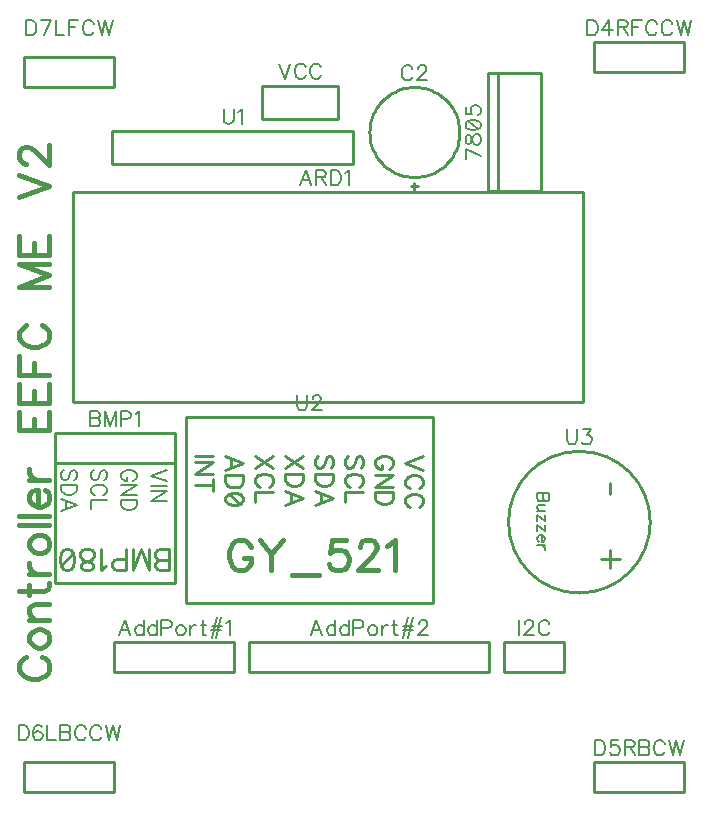
<source format=gbr>
%TF.GenerationSoftware,Novarm,DipTrace,3.3.1.3*%
%TF.CreationDate,2020-02-21T13:35:08+01:00*%
%FSLAX35Y35*%
%MOMM*%
%TF.FileFunction,Legend,Top*%
%TF.Part,Single*%
%ADD10C,0.25*%
%ADD72C,0.19608*%
%ADD73C,0.39216*%
%ADD75C,0.27451*%
%ADD76C,0.23529*%
%ADD77C,0.15686*%
G75*
G01*
%LPD*%
X5032165Y6200665D2*
D10*
X5482165D1*
Y7200665D1*
X5032165D1*
Y6200665D1*
X5122165D2*
Y7200665D1*
X2889209Y2128652D2*
X1873120D1*
Y2382665D1*
X2889209D1*
Y2128652D1*
X3016165Y2382665D2*
X5048165D1*
X3016165Y2128665D2*
Y2382665D1*
Y2128665D2*
X5048165D1*
Y2382665D1*
X1524006Y6192665D2*
X5841853D1*
Y4414665D1*
X1524006D1*
Y6192665D1*
X2383338Y2880515D2*
X1367275D1*
Y3897569D1*
X2383338D1*
Y2880515D1*
Y3897569D2*
Y4151515D1*
X1367275D1*
Y3881681D2*
Y4151515D1*
X4443187Y6240644D2*
X4383142D1*
X4413165Y6210681D2*
Y6270693D1*
X4032165Y6700662D2*
X4033093Y6727241D1*
X4035873Y6753690D1*
X4040490Y6779881D1*
X4046924Y6805685D1*
X4055142Y6830979D1*
X4065104Y6855637D1*
X4076762Y6879540D1*
X4090058Y6902572D1*
X4104929Y6924620D1*
X4121302Y6945577D1*
X4139096Y6965340D1*
X4158226Y6983815D1*
X4178598Y7000909D1*
X4200112Y7016541D1*
X4222665Y7030634D1*
X4246145Y7043120D1*
X4270440Y7053937D1*
X4295429Y7063033D1*
X4320992Y7070363D1*
X4347005Y7075893D1*
X4373339Y7079594D1*
X4399868Y7081449D1*
X4426461D1*
X4452990Y7079594D1*
X4479325Y7075893D1*
X4505337Y7070363D1*
X4530900Y7063033D1*
X4555890Y7053937D1*
X4580184Y7043120D1*
X4603665Y7030634D1*
X4626217Y7016541D1*
X4647732Y7000909D1*
X4668103Y6983815D1*
X4687233Y6965340D1*
X4705028Y6945577D1*
X4721400Y6924620D1*
X4736271Y6902572D1*
X4749568Y6879540D1*
X4761225Y6855637D1*
X4771188Y6830979D1*
X4779405Y6805685D1*
X4785839Y6779881D1*
X4790457Y6753690D1*
X4793237Y6727241D1*
X4794165Y6700662D1*
X4793237Y6674084D1*
X4790457Y6647635D1*
X4785839Y6621444D1*
X4779405Y6595639D1*
X4771188Y6570346D1*
X4761225Y6545688D1*
X4749568Y6521785D1*
X4736271Y6498753D1*
X4721400Y6476705D1*
X4705028Y6455748D1*
X4687233Y6435984D1*
X4668103Y6417510D1*
X4647732Y6400415D1*
X4626217Y6384783D1*
X4603665Y6370690D1*
X4580184Y6358205D1*
X4555890Y6347388D1*
X4530900Y6338292D1*
X4505337Y6330961D1*
X4479325Y6325432D1*
X4452990Y6321731D1*
X4426461Y6319876D1*
X4399868D1*
X4373339Y6321731D1*
X4347005Y6325432D1*
X4320992Y6330961D1*
X4295429Y6338292D1*
X4270440Y6347388D1*
X4246145Y6358205D1*
X4222665Y6370690D1*
X4200112Y6384783D1*
X4178598Y6400415D1*
X4158226Y6417510D1*
X4139096Y6435984D1*
X4121302Y6455748D1*
X4104929Y6476705D1*
X4090058Y6498753D1*
X4076762Y6521785D1*
X4065104Y6545688D1*
X4055142Y6570346D1*
X4046924Y6595639D1*
X4040490Y6621444D1*
X4035873Y6647635D1*
X4033093Y6674084D1*
X4032165Y6700662D1*
X6699117Y7208652D2*
X5937213D1*
Y7462665D1*
X6699117D1*
Y7208652D1*
Y1112652D2*
X5937213D1*
Y1366665D1*
X6699117D1*
Y1112652D1*
X1111213Y1366677D2*
X1873117D1*
Y1112665D1*
X1111213D1*
Y1366677D1*
Y7335677D2*
X1873117D1*
Y7081665D1*
X1111213D1*
Y7335677D1*
X5683195Y2128652D2*
X5175134D1*
Y2382665D1*
X5683195D1*
Y2128652D1*
X1855165Y6713665D2*
X3895165D1*
Y6433665D1*
X1855165D1*
Y6713665D1*
X4573566Y4287665D2*
X2476416D1*
Y2714165D1*
X4573566D1*
Y4287665D1*
X5210165Y3398665D2*
G02X5210165Y3398665I600000J0D01*
G01*
X3125165Y7094665D2*
X3765165D1*
Y6814665D1*
X3125165D1*
Y7094665D1*
X4973788Y6496052D2*
D72*
X4846319Y6556839D1*
X4846318Y6471766D1*
X4846319Y6626377D2*
X4852355Y6608268D1*
X4864428Y6602091D1*
X4876642D1*
X4888715Y6608268D1*
X4894892Y6620341D1*
X4900928Y6644627D1*
X4906965Y6662877D1*
X4919178Y6674950D1*
X4931251Y6680987D1*
X4949501D1*
X4961574Y6674950D1*
X4967751Y6668914D1*
X4973788Y6650664D1*
Y6626377D1*
X4967751Y6608267D1*
X4961574Y6602091D1*
X4949501Y6596054D1*
X4931251D1*
X4919178Y6602091D1*
X4906965Y6614304D1*
X4900928Y6632414D1*
X4894892Y6656700D1*
X4888715Y6668914D1*
X4876642Y6674950D1*
X4864428D1*
X4852355Y6668914D1*
X4846319Y6650664D1*
Y6626377D1*
Y6756702D2*
X4852355Y6738452D1*
X4870605Y6726239D1*
X4900928Y6720202D1*
X4919178D1*
X4949501Y6726239D1*
X4967751Y6738452D1*
X4973788Y6756702D1*
Y6768775D1*
X4967751Y6787025D1*
X4949501Y6799098D1*
X4919178Y6805275D1*
X4900928D1*
X4870605Y6799099D1*
X4852355Y6787025D1*
X4846319Y6768775D1*
Y6756702D1*
X4870605Y6799099D2*
X4949501Y6726239D1*
X4846319Y6917351D2*
Y6856705D1*
X4900928Y6850668D1*
X4894892Y6856705D1*
X4888715Y6874955D1*
Y6893064D1*
X4894892Y6911314D1*
X4906965Y6923528D1*
X4925215Y6929564D1*
X4937288D1*
X4955538Y6923528D1*
X4967751Y6911314D1*
X4973788Y6893064D1*
Y6874955D1*
X4967751Y6856705D1*
X4961574Y6850668D1*
X4949501Y6844491D1*
X2008601Y2441042D2*
X1959887Y2568651D1*
X1911314Y2441042D1*
X1929564Y2483578D2*
X1990351D1*
X2120676Y2568651D2*
Y2441042D1*
Y2507865D2*
X2108603Y2520078D1*
X2096390Y2526115D1*
X2078140D1*
X2066067Y2520078D1*
X2053853Y2507865D1*
X2047817Y2489615D1*
Y2477542D1*
X2053853Y2459292D1*
X2066067Y2447219D1*
X2078140Y2441042D1*
X2096390D1*
X2108603Y2447219D1*
X2120676Y2459292D1*
X2232752Y2568651D2*
Y2441042D1*
Y2507865D2*
X2220678Y2520078D1*
X2208465Y2526115D1*
X2190215D1*
X2178142Y2520078D1*
X2165928Y2507865D1*
X2159892Y2489615D1*
Y2477542D1*
X2165928Y2459292D1*
X2178142Y2447219D1*
X2190215Y2441042D1*
X2208465D1*
X2220678Y2447219D1*
X2232752Y2459292D1*
X2271967Y2501828D2*
X2326717D1*
X2344827Y2507865D1*
X2351004Y2514042D1*
X2357040Y2526115D1*
Y2544365D1*
X2351004Y2556438D1*
X2344827Y2562615D1*
X2326717Y2568651D1*
X2271967D1*
Y2441042D1*
X2426579Y2526115D2*
X2414506Y2520078D1*
X2402293Y2507865D1*
X2396256Y2489615D1*
Y2477542D1*
X2402293Y2459292D1*
X2414506Y2447219D1*
X2426579Y2441042D1*
X2444829D1*
X2457043Y2447219D1*
X2469116Y2459292D1*
X2475293Y2477542D1*
Y2489615D1*
X2469116Y2507865D1*
X2457043Y2520078D1*
X2444829Y2526115D1*
X2426579D1*
X2514508D2*
Y2441042D1*
Y2489615D2*
X2520685Y2507865D1*
X2532758Y2520078D1*
X2544972Y2526115D1*
X2563222D1*
X2620687Y2568651D2*
Y2465328D1*
X2626724Y2447219D1*
X2638937Y2441042D1*
X2651010D1*
X2602437Y2526115D2*
X2644974D1*
X2738799Y2592868D2*
X2696403Y2416685D1*
X2775299Y2592868D2*
X2732763Y2416685D1*
X2696403Y2523026D2*
X2781336D1*
X2690226Y2486526D2*
X2775299D1*
X2820551Y2544224D2*
X2832765Y2550401D1*
X2851015Y2568511D1*
Y2441042D1*
X3632296D2*
X3583583Y2568651D1*
X3535010Y2441042D1*
X3553260Y2483578D2*
X3614046D1*
X3744371Y2568651D2*
Y2441042D1*
Y2507865D2*
X3732298Y2520078D1*
X3720085Y2526115D1*
X3701835D1*
X3689762Y2520078D1*
X3677548Y2507865D1*
X3671512Y2489615D1*
Y2477542D1*
X3677548Y2459292D1*
X3689762Y2447219D1*
X3701835Y2441042D1*
X3720085D1*
X3732298Y2447219D1*
X3744371Y2459292D1*
X3856447Y2568651D2*
Y2441042D1*
Y2507865D2*
X3844374Y2520078D1*
X3832160Y2526115D1*
X3813910D1*
X3801837Y2520078D1*
X3789624Y2507865D1*
X3783587Y2489615D1*
Y2477542D1*
X3789624Y2459292D1*
X3801837Y2447219D1*
X3813910Y2441042D1*
X3832160D1*
X3844374Y2447219D1*
X3856447Y2459292D1*
X3895662Y2501828D2*
X3950412D1*
X3968522Y2507865D1*
X3974699Y2514042D1*
X3980736Y2526115D1*
Y2544365D1*
X3974699Y2556438D1*
X3968522Y2562615D1*
X3950412Y2568651D1*
X3895662D1*
Y2441042D1*
X4050274Y2526115D2*
X4038201Y2520078D1*
X4025988Y2507865D1*
X4019951Y2489615D1*
Y2477542D1*
X4025988Y2459292D1*
X4038201Y2447219D1*
X4050274Y2441042D1*
X4068524D1*
X4080738Y2447219D1*
X4092811Y2459292D1*
X4098988Y2477542D1*
Y2489615D1*
X4092811Y2507865D1*
X4080738Y2520078D1*
X4068524Y2526115D1*
X4050274D1*
X4138203D2*
Y2441042D1*
Y2489615D2*
X4144380Y2507865D1*
X4156453Y2520078D1*
X4168667Y2526115D1*
X4186917D1*
X4244383Y2568651D2*
Y2465328D1*
X4250419Y2447219D1*
X4262633Y2441042D1*
X4274706D1*
X4226133Y2526115D2*
X4268669D1*
X4362494Y2592868D2*
X4320098Y2416685D1*
X4398994Y2592868D2*
X4356458Y2416685D1*
X4320098Y2523026D2*
X4405031D1*
X4313921Y2486526D2*
X4398994D1*
X4450424Y2538188D2*
Y2544224D1*
X4456460Y2556438D1*
X4462497Y2562474D1*
X4474710Y2568511D1*
X4498997D1*
X4511070Y2562474D1*
X4517106Y2556438D1*
X4523283Y2544224D1*
Y2532151D1*
X4517106Y2519938D1*
X4505033Y2501828D1*
X4444247Y2441042D1*
X4529320D1*
X3540680Y6251042D2*
X3491966Y6378651D1*
X3443393Y6251042D1*
X3461643Y6293578D2*
X3522430D1*
X3579895Y6317865D2*
X3634505D1*
X3652755Y6324042D1*
X3658932Y6330078D1*
X3664968Y6342151D1*
Y6354365D1*
X3658932Y6366438D1*
X3652755Y6372615D1*
X3634505Y6378651D1*
X3579895D1*
Y6251042D1*
X3622432Y6317865D2*
X3664968Y6251042D1*
X3704184Y6378651D2*
Y6251042D1*
X3746721D1*
X3764971Y6257219D1*
X3777184Y6269292D1*
X3783221Y6281505D1*
X3789257Y6299615D1*
Y6330078D1*
X3783221Y6348328D1*
X3777184Y6360401D1*
X3764971Y6372615D1*
X3746721Y6378651D1*
X3704184D1*
X3828473Y6354224D2*
X3840686Y6360401D1*
X3858936Y6378511D1*
Y6251042D1*
X1667300Y4337501D2*
Y4209892D1*
X1722050D1*
X1740300Y4216069D1*
X1746336Y4222105D1*
X1752373Y4234178D1*
Y4252428D1*
X1746336Y4264642D1*
X1740300Y4270678D1*
X1722050Y4276715D1*
X1740300Y4282892D1*
X1746336Y4288928D1*
X1752373Y4301001D1*
Y4313215D1*
X1746336Y4325288D1*
X1740300Y4331465D1*
X1722050Y4337501D1*
X1667300D1*
Y4276715D2*
X1722050D1*
X1888735Y4209892D2*
Y4337501D1*
X1840162Y4209892D1*
X1791589Y4337501D1*
Y4209892D1*
X1927951Y4270678D2*
X1982701D1*
X2000810Y4276715D1*
X2006987Y4282892D1*
X2013024Y4294965D1*
Y4313215D1*
X2006987Y4325288D1*
X2000810Y4331465D1*
X1982701Y4337501D1*
X1927951D1*
Y4209892D1*
X2052239Y4313074D2*
X2064453Y4319251D1*
X2082703Y4337361D1*
Y4209892D1*
X4396575Y7237345D2*
X4390539Y7249418D1*
X4378325Y7261631D1*
X4366252Y7267668D1*
X4341965D1*
X4329752Y7261631D1*
X4317679Y7249418D1*
X4311502Y7237345D1*
X4305465Y7219095D1*
Y7188631D1*
X4311502Y7170522D1*
X4317679Y7158308D1*
X4329752Y7146235D1*
X4341965Y7140058D1*
X4366252D1*
X4378325Y7146235D1*
X4390539Y7158308D1*
X4396575Y7170522D1*
X4441968Y7237204D2*
Y7243241D1*
X4448004Y7255454D1*
X4454041Y7261491D1*
X4466254Y7267528D1*
X4490541D1*
X4502614Y7261491D1*
X4508650Y7255454D1*
X4514827Y7243241D1*
Y7231168D1*
X4508650Y7218954D1*
X4496577Y7200845D1*
X4435791Y7140058D1*
X4520864D1*
X5878475Y7648651D2*
Y7521042D1*
X5921012D1*
X5939262Y7527219D1*
X5951475Y7539292D1*
X5957512Y7551505D1*
X5963548Y7569615D1*
Y7600078D1*
X5957512Y7618328D1*
X5951475Y7630401D1*
X5939262Y7642615D1*
X5921012Y7648651D1*
X5878475D1*
X6063551Y7521042D2*
Y7648511D1*
X6002764Y7563578D1*
X6093874D1*
X6133089Y7587865D2*
X6187699D1*
X6205949Y7594042D1*
X6212126Y7600078D1*
X6218162Y7612151D1*
Y7624365D1*
X6212126Y7636438D1*
X6205949Y7642615D1*
X6187699Y7648651D1*
X6133089D1*
Y7521042D1*
X6175626Y7587865D2*
X6218162Y7521042D1*
X6336415Y7648651D2*
X6257378D1*
Y7521042D1*
Y7587865D2*
X6305951D1*
X6466740Y7618328D2*
X6460703Y7630401D1*
X6448490Y7642615D1*
X6436417Y7648651D1*
X6412130D1*
X6399917Y7642615D1*
X6387844Y7630401D1*
X6381667Y7618328D1*
X6375630Y7600078D1*
Y7569615D1*
X6381667Y7551505D1*
X6387844Y7539292D1*
X6399917Y7527219D1*
X6412130Y7521042D1*
X6436417D1*
X6448490Y7527219D1*
X6460703Y7539292D1*
X6466740Y7551505D1*
X6597065Y7618328D2*
X6591029Y7630401D1*
X6578815Y7642615D1*
X6566742Y7648651D1*
X6542456D1*
X6530242Y7642615D1*
X6518169Y7630401D1*
X6511992Y7618328D1*
X6505956Y7600078D1*
Y7569615D1*
X6511992Y7551505D1*
X6518169Y7539292D1*
X6530242Y7527219D1*
X6542456Y7521042D1*
X6566742D1*
X6578815Y7527219D1*
X6591029Y7539292D1*
X6597065Y7551505D1*
X6636281Y7648651D2*
X6666744Y7521042D1*
X6697067Y7648651D1*
X6727391Y7521042D1*
X6757854Y7648651D1*
X5943638Y1552651D2*
Y1425042D1*
X5986174D1*
X6004424Y1431219D1*
X6016638Y1443292D1*
X6022674Y1455505D1*
X6028711Y1473615D1*
Y1504078D1*
X6022674Y1522328D1*
X6016638Y1534401D1*
X6004424Y1546615D1*
X5986174Y1552651D1*
X5943638D1*
X6140786Y1552511D2*
X6080140D1*
X6074104Y1497901D1*
X6080140Y1503938D1*
X6098390Y1510115D1*
X6116500D1*
X6134750Y1503938D1*
X6146963Y1491865D1*
X6153000Y1473615D1*
Y1461542D1*
X6146963Y1443292D1*
X6134750Y1431078D1*
X6116500Y1425042D1*
X6098390D1*
X6080140Y1431078D1*
X6074104Y1437255D1*
X6067927Y1449328D1*
X6192215Y1491865D2*
X6246825D1*
X6265075Y1498042D1*
X6271252Y1504078D1*
X6277289Y1516151D1*
Y1528365D1*
X6271252Y1540438D1*
X6265075Y1546615D1*
X6246825Y1552651D1*
X6192215D1*
Y1425042D1*
X6234752Y1491865D2*
X6277289Y1425042D1*
X6316504Y1552651D2*
Y1425042D1*
X6371254D1*
X6389504Y1431219D1*
X6395541Y1437255D1*
X6401577Y1449328D1*
Y1467578D1*
X6395541Y1479792D1*
X6389504Y1485828D1*
X6371254Y1491865D1*
X6389504Y1498042D1*
X6395541Y1504078D1*
X6401577Y1516151D1*
Y1528365D1*
X6395541Y1540438D1*
X6389504Y1546615D1*
X6371254Y1552651D1*
X6316504D1*
Y1491865D2*
X6371254D1*
X6531903Y1522328D2*
X6525866Y1534401D1*
X6513653Y1546615D1*
X6501580Y1552651D1*
X6477293D1*
X6465080Y1546615D1*
X6453006Y1534401D1*
X6446830Y1522328D1*
X6440793Y1504078D1*
Y1473615D1*
X6446830Y1455505D1*
X6453006Y1443292D1*
X6465080Y1431219D1*
X6477293Y1425042D1*
X6501580D1*
X6513653Y1431219D1*
X6525866Y1443292D1*
X6531903Y1455505D1*
X6571118Y1552651D2*
X6601582Y1425042D1*
X6631905Y1552651D1*
X6662228Y1425042D1*
X6692691Y1552651D1*
X1061670Y1679651D2*
Y1552042D1*
X1104207D1*
X1122457Y1558219D1*
X1134670Y1570292D1*
X1140707Y1582505D1*
X1146744Y1600615D1*
Y1631078D1*
X1140707Y1649328D1*
X1134670Y1661401D1*
X1122457Y1673615D1*
X1104207Y1679651D1*
X1061670D1*
X1258819Y1661401D2*
X1252782Y1673474D1*
X1234532Y1679511D1*
X1222459D1*
X1204209Y1673474D1*
X1191996Y1655224D1*
X1185959Y1624901D1*
Y1594578D1*
X1191996Y1570292D1*
X1204209Y1558078D1*
X1222459Y1552042D1*
X1228496D1*
X1246605Y1558078D1*
X1258819Y1570292D1*
X1264855Y1588542D1*
Y1594578D1*
X1258819Y1612828D1*
X1246605Y1624901D1*
X1228496Y1630938D1*
X1222459D1*
X1204209Y1624901D1*
X1191996Y1612828D1*
X1185959Y1594578D1*
X1304071Y1679651D2*
Y1552042D1*
X1376931D1*
X1416146Y1679651D2*
Y1552042D1*
X1470896D1*
X1489146Y1558219D1*
X1495183Y1564255D1*
X1501219Y1576328D1*
Y1594578D1*
X1495183Y1606792D1*
X1489146Y1612828D1*
X1470896Y1618865D1*
X1489146Y1625042D1*
X1495183Y1631078D1*
X1501219Y1643151D1*
Y1655365D1*
X1495183Y1667438D1*
X1489146Y1673615D1*
X1470896Y1679651D1*
X1416146D1*
Y1618865D2*
X1470896D1*
X1631545Y1649328D2*
X1625508Y1661401D1*
X1613295Y1673615D1*
X1601222Y1679651D1*
X1576935D1*
X1564722Y1673615D1*
X1552649Y1661401D1*
X1546472Y1649328D1*
X1540435Y1631078D1*
Y1600615D1*
X1546472Y1582505D1*
X1552649Y1570292D1*
X1564722Y1558219D1*
X1576935Y1552042D1*
X1601222D1*
X1613295Y1558219D1*
X1625508Y1570292D1*
X1631545Y1582505D1*
X1761870Y1649328D2*
X1755834Y1661401D1*
X1743620Y1673615D1*
X1731547Y1679651D1*
X1707260D1*
X1695047Y1673615D1*
X1682974Y1661401D1*
X1676797Y1649328D1*
X1670760Y1631078D1*
Y1600615D1*
X1676797Y1582505D1*
X1682974Y1570292D1*
X1695047Y1558219D1*
X1707260Y1552042D1*
X1731547D1*
X1743620Y1558219D1*
X1755834Y1570292D1*
X1761870Y1582505D1*
X1801086Y1679651D2*
X1831549Y1552042D1*
X1861872Y1679651D1*
X1892195Y1552042D1*
X1922659Y1679651D1*
X1126763Y7648651D2*
Y7521042D1*
X1169299D1*
X1187549Y7527219D1*
X1199763Y7539292D1*
X1205799Y7551505D1*
X1211836Y7569615D1*
Y7600078D1*
X1205799Y7618328D1*
X1199763Y7630401D1*
X1187549Y7642615D1*
X1169299Y7648651D1*
X1126763D1*
X1275338Y7521042D2*
X1336125Y7648511D1*
X1251052D1*
X1375340Y7648651D2*
Y7521042D1*
X1448200D1*
X1566452Y7648651D2*
X1487416D1*
Y7521042D1*
Y7587865D2*
X1535989D1*
X1696778Y7618328D2*
X1690741Y7630401D1*
X1678528Y7642615D1*
X1666455Y7648651D1*
X1642168D1*
X1629955Y7642615D1*
X1617881Y7630401D1*
X1611705Y7618328D1*
X1605668Y7600078D1*
Y7569615D1*
X1611705Y7551505D1*
X1617881Y7539292D1*
X1629955Y7527219D1*
X1642168Y7521042D1*
X1666455D1*
X1678528Y7527219D1*
X1690741Y7539292D1*
X1696778Y7551505D1*
X1735993Y7648651D2*
X1766457Y7521042D1*
X1796780Y7648651D1*
X1827103Y7521042D1*
X1857566Y7648651D1*
X5301858Y2568651D2*
Y2441042D1*
X5347250Y2538188D2*
Y2544224D1*
X5353287Y2556438D1*
X5359323Y2562474D1*
X5371537Y2568511D1*
X5395823D1*
X5407896Y2562474D1*
X5413933Y2556438D1*
X5420110Y2544224D1*
Y2532151D1*
X5413933Y2519938D1*
X5401860Y2501828D1*
X5341073Y2441042D1*
X5426146D1*
X5556472Y2538328D2*
X5550435Y2550401D1*
X5538222Y2562615D1*
X5526149Y2568651D1*
X5501862D1*
X5489649Y2562615D1*
X5477576Y2550401D1*
X5471399Y2538328D1*
X5465362Y2520078D1*
Y2489615D1*
X5471399Y2471505D1*
X5477576Y2459292D1*
X5489649Y2447219D1*
X5501862Y2441042D1*
X5526149D1*
X5538222Y2447219D1*
X5550435Y2459292D1*
X5556472Y2471505D1*
X2797789Y6899651D2*
Y6808542D1*
X2803825Y6790292D1*
X2816039Y6778219D1*
X2834289Y6772042D1*
X2846362D1*
X2864612Y6778219D1*
X2876825Y6790292D1*
X2882862Y6808542D1*
Y6899651D1*
X2922077Y6875224D2*
X2934291Y6881401D1*
X2952541Y6899511D1*
Y6772042D1*
X3420310Y4473651D2*
Y4382542D1*
X3426347Y4364292D1*
X3438560Y4352219D1*
X3456810Y4346042D1*
X3468883D1*
X3487133Y4352219D1*
X3499347Y4364292D1*
X3505383Y4382542D1*
Y4473651D1*
X3550776Y4443188D2*
Y4449224D1*
X3556813Y4461438D1*
X3562849Y4467474D1*
X3575063Y4473511D1*
X3599349D1*
X3611422Y4467474D1*
X3617459Y4461438D1*
X3623636Y4449224D1*
Y4437151D1*
X3617459Y4424938D1*
X3605386Y4406828D1*
X3544599Y4346042D1*
X3629672D1*
X5705484Y4184651D2*
Y4093542D1*
X5711520Y4075292D1*
X5723734Y4063219D1*
X5741984Y4057042D1*
X5754057D1*
X5772307Y4063219D1*
X5784520Y4075292D1*
X5790557Y4093542D1*
Y4184651D1*
X5841986Y4184511D2*
X5908669D1*
X5872309Y4135938D1*
X5890559D1*
X5902632Y4129901D1*
X5908669Y4123865D1*
X5914846Y4105615D1*
Y4093542D1*
X5908669Y4075292D1*
X5896596Y4063078D1*
X5878346Y4057042D1*
X5860096D1*
X5841986Y4063078D1*
X5835949Y4069255D1*
X5829773Y4081328D1*
X3266266Y7280651D2*
X3314839Y7153042D1*
X3363412Y7280651D1*
X3493738Y7250328D2*
X3487701Y7262401D1*
X3475488Y7274615D1*
X3463415Y7280651D1*
X3439128D1*
X3426915Y7274615D1*
X3414842Y7262401D1*
X3408665Y7250328D1*
X3402628Y7232078D1*
Y7201615D1*
X3408665Y7183505D1*
X3414842Y7171292D1*
X3426915Y7159219D1*
X3439128Y7153042D1*
X3463415D1*
X3475488Y7159219D1*
X3487701Y7171292D1*
X3493738Y7183505D1*
X3624063Y7250328D2*
X3618027Y7262401D1*
X3605813Y7274615D1*
X3593740Y7280651D1*
X3569453D1*
X3557240Y7274615D1*
X3545167Y7262401D1*
X3538990Y7250328D1*
X3532953Y7232078D1*
Y7201615D1*
X3538990Y7183505D1*
X3545167Y7171292D1*
X3557240Y7159219D1*
X3569453Y7153042D1*
X3593740D1*
X3605813Y7159219D1*
X3618027Y7171292D1*
X3624063Y7183505D1*
X1127971Y2256359D2*
D73*
X1103825Y2244286D1*
X1079398Y2219859D1*
X1067325Y2195713D1*
Y2147139D1*
X1079398Y2122713D1*
X1103825Y2098566D1*
X1127971Y2086213D1*
X1164471Y2074140D1*
X1225398D1*
X1261617Y2086213D1*
X1286044Y2098566D1*
X1310190Y2122713D1*
X1322544Y2147139D1*
Y2195712D1*
X1310190Y2219859D1*
X1286044Y2244285D1*
X1261617Y2256359D1*
X1152398Y2395436D2*
X1164471Y2371290D1*
X1188898Y2346863D1*
X1225398Y2334790D1*
X1249544D1*
X1286044Y2346863D1*
X1310190Y2371290D1*
X1322544Y2395436D1*
Y2431936D1*
X1310190Y2456363D1*
X1286044Y2480509D1*
X1249544Y2492863D1*
X1225398D1*
X1188898Y2480509D1*
X1164471Y2456363D1*
X1152398Y2431936D1*
Y2395436D1*
Y2571294D2*
X1322544D1*
X1200971D2*
X1164471Y2607794D1*
X1152398Y2632221D1*
Y2668440D1*
X1164471Y2692867D1*
X1200971Y2704940D1*
X1322544D1*
X1067325Y2819872D2*
X1273971D1*
X1310190Y2831945D1*
X1322544Y2856372D1*
Y2880518D1*
X1152398Y2783372D2*
Y2868445D1*
Y2958949D2*
X1322544D1*
X1225398D2*
X1188898Y2971303D1*
X1164471Y2995449D1*
X1152398Y3019876D1*
Y3056376D1*
Y3195454D2*
X1164471Y3171308D1*
X1188898Y3146881D1*
X1225398Y3134808D1*
X1249544D1*
X1286044Y3146881D1*
X1310190Y3171308D1*
X1322544Y3195454D1*
Y3231954D1*
X1310190Y3256381D1*
X1286044Y3280527D1*
X1249544Y3292881D1*
X1225398D1*
X1188898Y3280527D1*
X1164471Y3256381D1*
X1152398Y3231954D1*
Y3195454D1*
X1067325Y3371312D2*
X1322544D1*
X1067325Y3449743D2*
X1322544D1*
X1225398Y3528175D2*
Y3673894D1*
X1200971D1*
X1176544Y3661821D1*
X1164471Y3649748D1*
X1152398Y3625321D1*
Y3588821D1*
X1164471Y3564675D1*
X1188898Y3540248D1*
X1225398Y3528175D1*
X1249544D1*
X1286044Y3540248D1*
X1310190Y3564675D1*
X1322544Y3588821D1*
Y3625321D1*
X1310190Y3649748D1*
X1286044Y3673894D1*
X1152398Y3752325D2*
X1322544D1*
X1225398D2*
X1188898Y3764679D1*
X1164471Y3788825D1*
X1152398Y3813252D1*
Y3849752D1*
X1067325Y4332869D2*
Y4175077D1*
X1322544D1*
Y4332869D1*
X1188898Y4175077D2*
Y4272223D1*
X1067325Y4569093D2*
Y4411300D1*
X1322544D1*
Y4569093D1*
X1188898Y4411300D2*
Y4508446D1*
X1067325Y4805597D2*
Y4647524D1*
X1322544D1*
X1188898D2*
Y4744670D1*
X1127971Y5066248D2*
X1103825Y5054175D1*
X1079398Y5029748D1*
X1067325Y5005601D1*
Y4957028D1*
X1079398Y4932601D1*
X1103825Y4908455D1*
X1127971Y4896101D1*
X1164471Y4884028D1*
X1225398D1*
X1261617Y4896101D1*
X1286044Y4908455D1*
X1310190Y4932601D1*
X1322544Y4957028D1*
Y5005601D1*
X1310190Y5029748D1*
X1286044Y5054175D1*
X1261617Y5066248D1*
X1322544Y5585864D2*
X1067325D1*
X1322544Y5488718D1*
X1067325Y5391572D1*
X1322544D1*
X1067325Y5822088D2*
Y5664296D1*
X1322544D1*
Y5822088D1*
X1188898Y5664296D2*
Y5761442D1*
X1067325Y6147412D2*
X1322544Y6244558D1*
X1067325Y6341704D1*
X1128252Y6432490D2*
X1116179D1*
X1091752Y6444563D1*
X1079679Y6456636D1*
X1067606Y6481063D1*
Y6529636D1*
X1079679Y6553782D1*
X1091752Y6565855D1*
X1116179Y6578209D1*
X1140325D1*
X1164752Y6565855D1*
X1200971Y6541709D1*
X1322544Y6420136D1*
Y6590282D1*
X2337892Y2989499D2*
D75*
Y3168153D1*
X2261242D1*
X2235692Y3159505D1*
X2227241Y3151054D1*
X2218790Y3134152D1*
Y3108602D1*
X2227241Y3091503D1*
X2235692Y3083052D1*
X2261242Y3074600D1*
X2235692Y3065953D1*
X2227241Y3057502D1*
X2218790Y3040599D1*
Y3023500D1*
X2227241Y3006598D1*
X2235692Y2997950D1*
X2261242Y2989499D1*
X2337892D1*
Y3074600D2*
X2261242D1*
X2027883Y3168153D2*
Y2989499D1*
X2095886Y3168153D1*
X2163888Y2989499D1*
Y3168153D1*
X1972981Y3083051D2*
X1896331D1*
X1870978Y3074600D1*
X1862330Y3065953D1*
X1853879Y3049050D1*
Y3023500D1*
X1862330Y3006598D1*
X1870978Y2997950D1*
X1896331Y2989499D1*
X1972981D1*
Y3168153D1*
X1798977Y3023697D2*
X1781878Y3015049D1*
X1756328Y2989696D1*
Y3168153D1*
X1658974Y2989696D2*
X1684327Y2998147D1*
X1692975Y3015049D1*
Y3032148D1*
X1684328Y3049050D1*
X1667425Y3057698D1*
X1633424Y3066149D1*
X1607874Y3074600D1*
X1590972Y3091699D1*
X1582521Y3108601D1*
Y3134151D1*
X1590972Y3151054D1*
X1599423Y3159701D1*
X1624973Y3168153D1*
X1658974D1*
X1684328Y3159701D1*
X1692975Y3151054D1*
X1701426Y3134151D1*
Y3108601D1*
X1692975Y3091699D1*
X1675876Y3074600D1*
X1650523Y3066149D1*
X1616522Y3057698D1*
X1599423Y3049050D1*
X1590972Y3032148D1*
Y3015049D1*
X1599423Y2998147D1*
X1624973Y2989696D1*
X1658974D1*
X1476519D2*
X1502069Y2998147D1*
X1519167Y3023697D1*
X1527619Y3066149D1*
Y3091699D1*
X1519167Y3134151D1*
X1502069Y3159701D1*
X1476519Y3168153D1*
X1459616D1*
X1434066Y3159701D1*
X1417164Y3134151D1*
X1408516Y3091699D1*
Y3066149D1*
X1417164Y3023697D1*
X1434066Y2998147D1*
X1459616Y2989696D1*
X1476519D1*
X1417164Y3023697D2*
X1519167Y3134151D1*
X2314643Y3840738D2*
D72*
X2187033Y3792165D1*
X2314643Y3743592D1*
Y3704376D2*
X2187033D1*
X2314643Y3580087D2*
X2187033D1*
X2314643Y3665160D1*
X2187033D1*
X2030355Y3749628D2*
X2042428Y3755665D1*
X2054641Y3767878D1*
X2060678Y3779951D1*
Y3804238D1*
X2054641Y3816451D1*
X2042428Y3828524D1*
X2030355Y3834701D1*
X2012105Y3840738D1*
X1981641D1*
X1963532Y3834701D1*
X1951318Y3828524D1*
X1939245Y3816451D1*
X1933068Y3804238D1*
Y3779951D1*
X1939245Y3767878D1*
X1951318Y3755665D1*
X1963531Y3749628D1*
X1981641D1*
Y3779951D1*
X2060678Y3625339D2*
X1933068Y3625340D1*
X2060678Y3710412D1*
X1933068Y3710413D1*
X2060678Y3586124D2*
X1933068D1*
Y3543587D1*
X1939245Y3525337D1*
X1951318Y3513124D1*
X1963532Y3507087D1*
X1981641Y3501051D1*
X2012105D1*
X2030355Y3507087D1*
X2042428Y3513124D1*
X2054641Y3525337D1*
X2060678Y3543587D1*
Y3586124D1*
X1788361Y3755665D2*
X1800574Y3767738D1*
X1806611Y3785988D1*
Y3810274D1*
X1800575Y3828524D1*
X1788361Y3840738D1*
X1776288D1*
X1764075Y3834561D1*
X1758038Y3828524D1*
X1752001Y3816451D1*
X1739788Y3779951D1*
X1733751Y3767738D1*
X1727574Y3761701D1*
X1715501Y3755665D1*
X1697251D1*
X1685178Y3767738D1*
X1679001Y3785988D1*
Y3810274D1*
X1685178Y3828524D1*
X1697251Y3840738D1*
X1776288Y3625339D2*
X1788361Y3631376D1*
X1800574Y3643589D1*
X1806611Y3655662D1*
Y3679949D1*
X1800574Y3692162D1*
X1788361Y3704236D1*
X1776288Y3710412D1*
X1758038Y3716449D1*
X1727574D1*
X1709465Y3710413D1*
X1697251Y3704236D1*
X1685178Y3692163D1*
X1679001Y3679949D1*
Y3655663D1*
X1685178Y3643590D1*
X1697251Y3631376D1*
X1709465Y3625340D1*
X1806611Y3586124D2*
X1679001D1*
Y3513264D1*
X1534396Y3755665D2*
X1546609Y3767738D1*
X1552646Y3785988D1*
Y3810274D1*
X1546610Y3828524D1*
X1534396Y3840738D1*
X1522323D1*
X1510110Y3834561D1*
X1504073Y3828524D1*
X1498036Y3816451D1*
X1485823Y3779951D1*
X1479786Y3767738D1*
X1473609Y3761701D1*
X1461536Y3755665D1*
X1443286D1*
X1431213Y3767738D1*
X1425036Y3785988D1*
Y3810274D1*
X1431213Y3828524D1*
X1443286Y3840738D1*
X1552646Y3716449D2*
X1425036D1*
Y3673913D1*
X1431213Y3655663D1*
X1443286Y3643449D1*
X1455500Y3637413D1*
X1473609Y3631376D1*
X1504073D1*
X1522323Y3637413D1*
X1534396Y3643449D1*
X1546609Y3655662D1*
X1552646Y3673912D1*
Y3716449D1*
X1425036Y3494874D2*
X1552646Y3543587D1*
X1425036Y3592160D1*
X1467573Y3573910D2*
Y3513124D1*
X4488532Y3958367D2*
D76*
X4335400Y3900080D1*
X4488531Y3841792D1*
X4452144Y3685402D2*
X4466631Y3692646D1*
X4481288Y3707302D1*
X4488531Y3721789D1*
Y3750933D1*
X4481288Y3765589D1*
X4466631Y3780077D1*
X4452144Y3787489D1*
X4430244Y3794733D1*
X4393688D1*
X4371956Y3787490D1*
X4357300Y3780077D1*
X4342812Y3765590D1*
X4335400Y3750933D1*
Y3721790D1*
X4342812Y3707302D1*
X4357300Y3692646D1*
X4371956Y3685402D1*
X4452144Y3529012D2*
X4466631Y3536255D1*
X4481288Y3550911D1*
X4488531Y3565399D1*
Y3594543D1*
X4481288Y3609199D1*
X4466631Y3623687D1*
X4452144Y3631099D1*
X4430244Y3638343D1*
X4393688D1*
X4371956Y3631099D1*
X4357300Y3623687D1*
X4342812Y3609199D1*
X4335400Y3594543D1*
Y3565399D1*
X4342812Y3550912D1*
X4357300Y3536255D1*
X4371956Y3529012D1*
X4198179Y3849036D2*
X4212667Y3856280D1*
X4227323Y3870936D1*
X4234567Y3885424D1*
Y3914567D1*
X4227323Y3929223D1*
X4212667Y3943711D1*
X4198179Y3951123D1*
X4176279Y3958367D1*
X4139723D1*
X4117991Y3951123D1*
X4103335Y3943711D1*
X4088847Y3929224D1*
X4081435Y3914567D1*
Y3885424D1*
X4088847Y3870936D1*
X4103335Y3856280D1*
X4117991Y3849036D1*
X4139723D1*
Y3885424D1*
X4234567Y3699889D2*
X4081435Y3699890D1*
X4234567Y3801977D1*
X4081435D1*
X4234567Y3652831D2*
X4081435D1*
Y3601787D1*
X4088847Y3579887D1*
X4103335Y3565231D1*
X4117991Y3557987D1*
X4139723Y3550743D1*
X4176279D1*
X4198179Y3557987D1*
X4212667Y3565231D1*
X4227323Y3579887D1*
X4234567Y3601787D1*
Y3652831D1*
X3958492Y3856280D2*
X3973148Y3870767D1*
X3980392Y3892667D1*
Y3921811D1*
X3973148Y3943711D1*
X3958492Y3958367D1*
X3944004D1*
X3929348Y3950955D1*
X3922104Y3943711D1*
X3914861Y3929223D1*
X3900204Y3885424D1*
X3892960Y3870767D1*
X3885548Y3863524D1*
X3871060Y3856280D1*
X3849160D1*
X3834673Y3870768D1*
X3827260Y3892668D1*
Y3921811D1*
X3834673Y3943711D1*
X3849161Y3958367D1*
X3944004Y3699890D2*
X3958492Y3707133D1*
X3973148Y3721789D1*
X3980392Y3736277D1*
Y3765421D1*
X3973148Y3780077D1*
X3958492Y3794565D1*
X3944004Y3801977D1*
X3922104Y3809221D1*
X3885548D1*
X3863817Y3801977D1*
X3849160Y3794565D1*
X3834673Y3780077D1*
X3827260Y3765421D1*
Y3736277D1*
X3834673Y3721790D1*
X3849160Y3707133D1*
X3863817Y3699890D1*
X3980392Y3652831D2*
X3827261D1*
Y3565399D1*
X3704527Y3856280D2*
X3719183Y3870767D1*
X3726427Y3892667D1*
Y3921811D1*
X3719183Y3943711D1*
X3704527Y3958367D1*
X3690040D1*
X3675383Y3950955D1*
X3668140Y3943711D1*
X3660896Y3929223D1*
X3646239Y3885424D1*
X3638996Y3870767D1*
X3631583Y3863524D1*
X3617096Y3856280D1*
X3595196D1*
X3580708Y3870768D1*
X3573296Y3892668D1*
Y3921811D1*
X3580708Y3943711D1*
X3595196Y3958367D1*
X3726427Y3809221D2*
X3573296D1*
Y3758177D1*
X3580708Y3736277D1*
X3595196Y3721621D1*
X3609852Y3714377D1*
X3631583Y3707133D1*
X3668139D1*
X3690039Y3714377D1*
X3704527Y3721621D1*
X3719183Y3736277D1*
X3726427Y3758177D1*
Y3809221D1*
X3573296Y3543331D2*
X3726427Y3601787D1*
X3573296Y3660075D1*
X3624339Y3638175D2*
Y3565231D1*
X3472462Y3958367D2*
X3319331Y3856280D1*
X3472462D2*
X3319331Y3958367D1*
X3472462Y3809221D2*
X3319331D1*
Y3758177D1*
X3326743Y3736277D1*
X3341231Y3721621D1*
X3355887Y3714377D1*
X3377618Y3707133D1*
X3414175D1*
X3436075Y3714377D1*
X3450562Y3721621D1*
X3465218Y3736277D1*
X3472462Y3758177D1*
Y3809221D1*
X3319331Y3543331D2*
X3472462Y3601787D1*
X3319331Y3660075D1*
X3370375Y3638175D2*
Y3565231D1*
X3218498Y3958367D2*
X3065366Y3856280D1*
X3218497D2*
X3065366Y3958367D1*
X3182110Y3699890D2*
X3196597Y3707133D1*
X3211254Y3721789D1*
X3218497Y3736277D1*
Y3765421D1*
X3211254Y3780077D1*
X3196597Y3794565D1*
X3182110Y3801977D1*
X3160210Y3809221D1*
X3123654D1*
X3101922Y3801977D1*
X3087266Y3794565D1*
X3072778Y3780077D1*
X3065366Y3765421D1*
Y3736277D1*
X3072778Y3721790D1*
X3087266Y3707133D1*
X3101922Y3699890D1*
X3218497Y3652831D2*
X3065366D1*
Y3565399D1*
X2811401Y3841624D2*
X2964533Y3900080D1*
X2811401Y3958367D1*
X2862445Y3936467D2*
Y3863524D1*
X2964532Y3794565D2*
X2811401D1*
Y3743521D1*
X2818813Y3721621D1*
X2833301Y3706965D1*
X2847957Y3699721D1*
X2869689Y3692477D1*
X2906245D1*
X2928145Y3699721D1*
X2942632Y3706965D1*
X2957289Y3721621D1*
X2964532Y3743521D1*
Y3794565D1*
X2964364Y3601618D2*
X2957120Y3623518D1*
X2935220Y3638175D1*
X2898833Y3645418D1*
X2876933D1*
X2840545Y3638175D1*
X2818645Y3623518D1*
X2811401Y3601618D1*
Y3587131D1*
X2818645Y3565231D1*
X2840545Y3550743D1*
X2876933Y3543331D1*
X2898833D1*
X2935220Y3550743D1*
X2957120Y3565231D1*
X2964364Y3587131D1*
Y3601618D1*
X2935220Y3550743D2*
X2840545Y3638175D1*
X2710568Y3958367D2*
X2557436D1*
X2710568Y3809221D2*
X2557436D1*
X2710568Y3911309D1*
X2557436D1*
X2710568Y3711118D2*
X2557436D1*
X2710568Y3762162D2*
Y3660075D1*
X3027419Y3188429D2*
D73*
X3015346Y3212575D1*
X2990919Y3237002D1*
X2966773Y3249075D1*
X2918200D1*
X2893773Y3237002D1*
X2869627Y3212575D1*
X2857273Y3188429D1*
X2845200Y3151929D1*
Y3091002D1*
X2857273Y3054783D1*
X2869627Y3030356D1*
X2893773Y3006210D1*
X2918200Y2993856D1*
X2966773D1*
X2990919Y3006210D1*
X3015346Y3030356D1*
X3027419Y3054783D1*
Y3091002D1*
X2966773D1*
X3105850Y3249075D2*
X3202996Y3127502D1*
Y2993856D1*
X3300143Y3249075D2*
X3202996Y3127502D1*
X3378574Y2951740D2*
X3609366D1*
X3833517Y3248794D2*
X3712225D1*
X3700151Y3139575D1*
X3712225Y3151648D1*
X3748725Y3164002D1*
X3784944D1*
X3821444Y3151648D1*
X3845871Y3127502D1*
X3857944Y3091002D1*
Y3066856D1*
X3845871Y3030356D1*
X3821444Y3005929D1*
X3784944Y2993856D1*
X3748725D1*
X3712225Y3005929D1*
X3700151Y3018283D1*
X3687798Y3042429D1*
X3948729Y3188148D2*
Y3200221D1*
X3960802Y3224648D1*
X3972875Y3236721D1*
X3997302Y3248794D1*
X4045875D1*
X4070021Y3236721D1*
X4082094Y3224648D1*
X4094448Y3200221D1*
Y3176075D1*
X4082094Y3151648D1*
X4057948Y3115429D1*
X3936375Y2993856D1*
X4106521D1*
X4184953Y3200221D2*
X4209380Y3212575D1*
X4245880Y3248794D1*
Y2993856D1*
X6149786Y3086245D2*
D75*
X5996683Y3086246D1*
X6073136Y3162699D2*
Y3009596D1*
X6073235Y3734139D2*
X6073234Y3635870D1*
X5553465Y3644861D2*
D77*
X5451377D1*
Y3601061D1*
X5456318Y3586461D1*
X5461148Y3581632D1*
X5470806Y3576803D1*
X5485406D1*
X5495177Y3581632D1*
X5500006Y3586461D1*
X5504835Y3601061D1*
X5509777Y3586461D1*
X5514606Y3581632D1*
X5524264Y3576803D1*
X5534035D1*
X5543694Y3581632D1*
X5548635Y3586461D1*
X5553465Y3601061D1*
Y3644861D1*
X5504835D2*
Y3601061D1*
X5519435Y3545430D2*
X5470806D1*
X5456318Y3540601D1*
X5451377Y3530830D1*
Y3516230D1*
X5456318Y3506572D1*
X5470806Y3491972D1*
X5519435D2*
X5451377D1*
X5519435Y3460599D2*
Y3407141D1*
X5451377Y3460599D1*
Y3407141D1*
X5519435Y3375768D2*
Y3322310D1*
X5451377Y3375768D1*
Y3322310D1*
X5490235Y3290937D2*
Y3232650D1*
X5500006D1*
X5509777Y3237479D1*
X5514606Y3242308D1*
X5519435Y3252079D1*
Y3266679D1*
X5514606Y3276337D1*
X5504835Y3286108D1*
X5490235Y3290937D1*
X5480577D1*
X5465977Y3286108D1*
X5456318Y3276337D1*
X5451377Y3266679D1*
Y3252079D1*
X5456318Y3242308D1*
X5465977Y3232650D1*
X5519435Y3201277D2*
X5451377D1*
X5490235D2*
X5504835Y3196336D1*
X5514606Y3186677D1*
X5519435Y3176906D1*
Y3162306D1*
M02*

</source>
